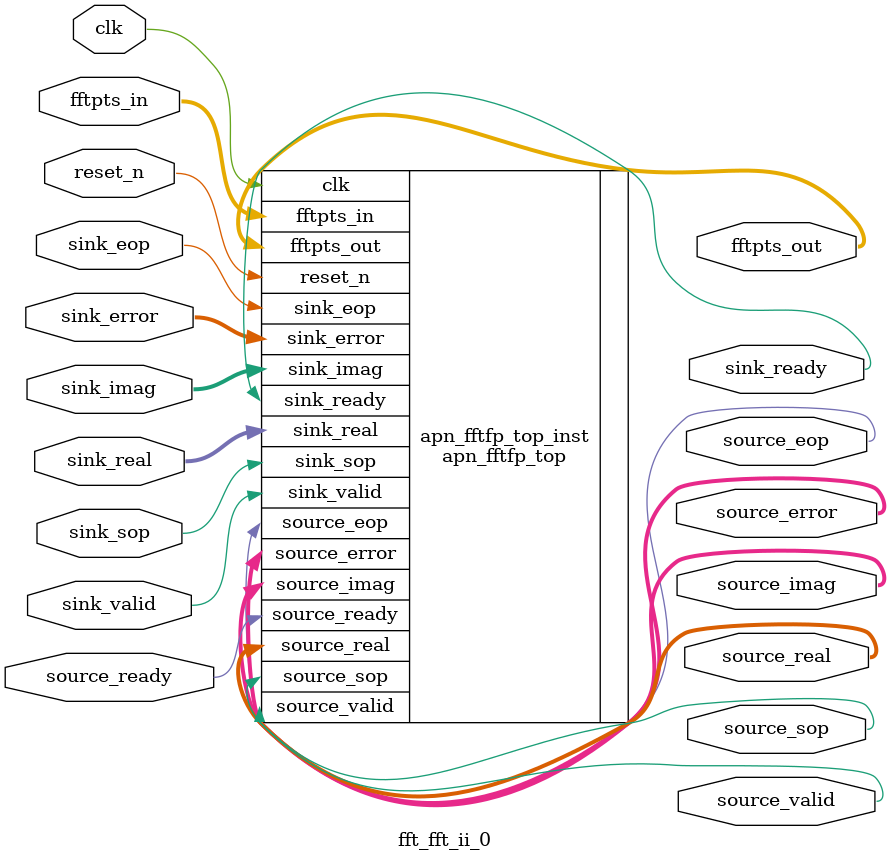
<source format=sv>



module fft_fft_ii_0 (
   input clk, 
   input reset_n,
	input [10 : 0] fftpts_in,
	input	sink_valid,
	input	sink_sop,
	input	sink_eop,
	input	logic [31 : 0] sink_real,
	input	logic [31 : 0] sink_imag,
	input	logic [1 : 0] sink_error,
	input	source_ready,
   output [10 : 0] fftpts_out,
	output sink_ready,
	output [1 : 0] source_error,
	output source_sop,
	output source_eop,
	output source_valid,
	output [31 : 0] source_real,
	output [31 : 0] source_imag
	);

	apn_fftfp_top #(
		.DEVICE_FAMILY_g("Cyclone V"),
		.MAX_FFTPTS_g(1024),
		.NUM_STAGES_g(5),
		.DATAWIDTH_g(32),
		.TWIDWIDTH_g(32),
		.MAX_GROW_g (0),
		.TWIDROM_BASE_g("fft_fft_ii_0_"),
		.DSP_ROUNDING_g(0),
		.INPUT_FORMAT_g("NATURAL_ORDER"),
		.OUTPUT_FORMAT_g("NATURAL_ORDER"),
		.REPRESENTATION_g("FLOATPT"),
		.DSP_ARCH_g(0),
        .PRUNE_g("2,2,3,2,0") 
	)
	apn_fftfp_top_inst (
		.clk(clk),
		.reset_n(reset_n),
		.fftpts_in(fftpts_in),
		.fftpts_out(fftpts_out),
		.sink_valid(sink_valid),
		.sink_sop(sink_sop),
		.sink_eop(sink_eop),
		.sink_real(sink_real),
		.sink_imag(sink_imag),
		.sink_ready(sink_ready),
		.sink_error(sink_error),
		.source_error(source_error),
		.source_ready(source_ready),
		.source_sop(source_sop),
		.source_eop(source_eop),
		.source_valid(source_valid),
		.source_real(source_real),
		.source_imag(source_imag)
	);
endmodule


</source>
